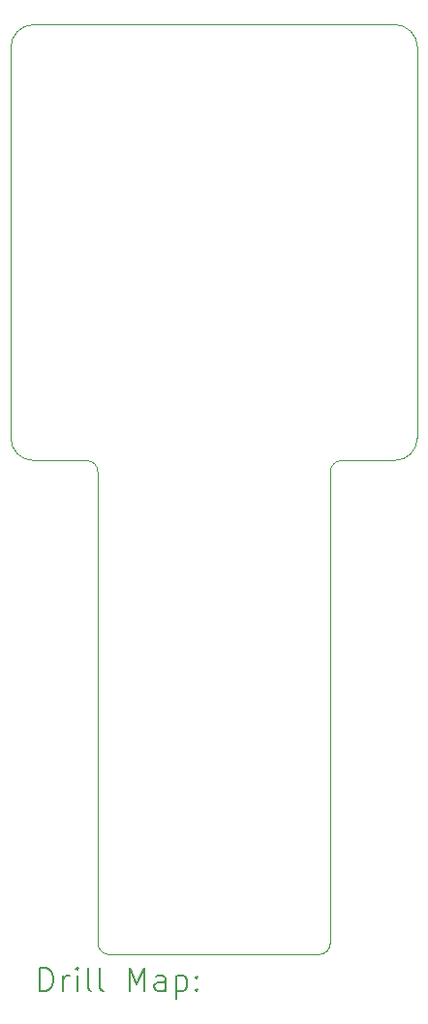
<source format=gbr>
%TF.GenerationSoftware,KiCad,Pcbnew,7.0.7-2.fc38*%
%TF.CreationDate,2024-02-23T01:30:49-08:00*%
%TF.ProjectId,SparrowBreadboardAdapter,53706172-726f-4774-9272-656164626f61,rev?*%
%TF.SameCoordinates,Original*%
%TF.FileFunction,Drillmap*%
%TF.FilePolarity,Positive*%
%FSLAX45Y45*%
G04 Gerber Fmt 4.5, Leading zero omitted, Abs format (unit mm)*
G04 Created by KiCad (PCBNEW 7.0.7-2.fc38) date 2024-02-23 01:30:49*
%MOMM*%
%LPD*%
G01*
G04 APERTURE LIST*
%ADD10C,0.100000*%
%ADD11C,0.200000*%
G04 APERTURE END LIST*
D10*
X13154000Y-4827000D02*
G75*
G03*
X12954000Y-5027000I0J-200000D01*
G01*
X16510000Y-5026000D02*
G75*
G03*
X16310000Y-4826000I-200000J0D01*
G01*
X16310000Y-8636000D02*
G75*
G03*
X16510000Y-8436000I0J200000D01*
G01*
X12954000Y-8436000D02*
G75*
G03*
X13154000Y-8636000I200000J0D01*
G01*
X13716000Y-8736000D02*
G75*
G03*
X13616000Y-8636000I-100000J0D01*
G01*
X15848000Y-8636000D02*
G75*
G03*
X15748000Y-8736000I0J-100000D01*
G01*
X13716000Y-12854000D02*
G75*
G03*
X13816000Y-12954000I100000J0D01*
G01*
X15648000Y-12954000D02*
G75*
G03*
X15748000Y-12854000I0J100000D01*
G01*
X16310000Y-4826000D02*
X13154000Y-4827000D01*
X16510000Y-5026000D02*
X16510000Y-8436000D01*
X12954000Y-8436000D02*
X12954000Y-5027000D01*
X13616000Y-8636000D02*
X13154000Y-8636000D01*
X15848000Y-8636000D02*
X16310000Y-8636000D01*
X15748000Y-8736000D02*
X15748000Y-12854000D01*
X13716000Y-12854000D02*
X13716000Y-8736000D01*
X15648000Y-12954000D02*
X13816000Y-12954000D01*
D11*
X13209777Y-13270484D02*
X13209777Y-13070484D01*
X13209777Y-13070484D02*
X13257396Y-13070484D01*
X13257396Y-13070484D02*
X13285967Y-13080008D01*
X13285967Y-13080008D02*
X13305015Y-13099055D01*
X13305015Y-13099055D02*
X13314539Y-13118103D01*
X13314539Y-13118103D02*
X13324062Y-13156198D01*
X13324062Y-13156198D02*
X13324062Y-13184769D01*
X13324062Y-13184769D02*
X13314539Y-13222865D01*
X13314539Y-13222865D02*
X13305015Y-13241912D01*
X13305015Y-13241912D02*
X13285967Y-13260960D01*
X13285967Y-13260960D02*
X13257396Y-13270484D01*
X13257396Y-13270484D02*
X13209777Y-13270484D01*
X13409777Y-13270484D02*
X13409777Y-13137150D01*
X13409777Y-13175246D02*
X13419301Y-13156198D01*
X13419301Y-13156198D02*
X13428824Y-13146674D01*
X13428824Y-13146674D02*
X13447872Y-13137150D01*
X13447872Y-13137150D02*
X13466920Y-13137150D01*
X13533586Y-13270484D02*
X13533586Y-13137150D01*
X13533586Y-13070484D02*
X13524062Y-13080008D01*
X13524062Y-13080008D02*
X13533586Y-13089531D01*
X13533586Y-13089531D02*
X13543110Y-13080008D01*
X13543110Y-13080008D02*
X13533586Y-13070484D01*
X13533586Y-13070484D02*
X13533586Y-13089531D01*
X13657396Y-13270484D02*
X13638348Y-13260960D01*
X13638348Y-13260960D02*
X13628824Y-13241912D01*
X13628824Y-13241912D02*
X13628824Y-13070484D01*
X13762158Y-13270484D02*
X13743110Y-13260960D01*
X13743110Y-13260960D02*
X13733586Y-13241912D01*
X13733586Y-13241912D02*
X13733586Y-13070484D01*
X13990729Y-13270484D02*
X13990729Y-13070484D01*
X13990729Y-13070484D02*
X14057396Y-13213341D01*
X14057396Y-13213341D02*
X14124062Y-13070484D01*
X14124062Y-13070484D02*
X14124062Y-13270484D01*
X14305015Y-13270484D02*
X14305015Y-13165722D01*
X14305015Y-13165722D02*
X14295491Y-13146674D01*
X14295491Y-13146674D02*
X14276443Y-13137150D01*
X14276443Y-13137150D02*
X14238348Y-13137150D01*
X14238348Y-13137150D02*
X14219301Y-13146674D01*
X14305015Y-13260960D02*
X14285967Y-13270484D01*
X14285967Y-13270484D02*
X14238348Y-13270484D01*
X14238348Y-13270484D02*
X14219301Y-13260960D01*
X14219301Y-13260960D02*
X14209777Y-13241912D01*
X14209777Y-13241912D02*
X14209777Y-13222865D01*
X14209777Y-13222865D02*
X14219301Y-13203817D01*
X14219301Y-13203817D02*
X14238348Y-13194293D01*
X14238348Y-13194293D02*
X14285967Y-13194293D01*
X14285967Y-13194293D02*
X14305015Y-13184769D01*
X14400253Y-13137150D02*
X14400253Y-13337150D01*
X14400253Y-13146674D02*
X14419301Y-13137150D01*
X14419301Y-13137150D02*
X14457396Y-13137150D01*
X14457396Y-13137150D02*
X14476443Y-13146674D01*
X14476443Y-13146674D02*
X14485967Y-13156198D01*
X14485967Y-13156198D02*
X14495491Y-13175246D01*
X14495491Y-13175246D02*
X14495491Y-13232388D01*
X14495491Y-13232388D02*
X14485967Y-13251436D01*
X14485967Y-13251436D02*
X14476443Y-13260960D01*
X14476443Y-13260960D02*
X14457396Y-13270484D01*
X14457396Y-13270484D02*
X14419301Y-13270484D01*
X14419301Y-13270484D02*
X14400253Y-13260960D01*
X14581205Y-13251436D02*
X14590729Y-13260960D01*
X14590729Y-13260960D02*
X14581205Y-13270484D01*
X14581205Y-13270484D02*
X14571682Y-13260960D01*
X14571682Y-13260960D02*
X14581205Y-13251436D01*
X14581205Y-13251436D02*
X14581205Y-13270484D01*
X14581205Y-13146674D02*
X14590729Y-13156198D01*
X14590729Y-13156198D02*
X14581205Y-13165722D01*
X14581205Y-13165722D02*
X14571682Y-13156198D01*
X14571682Y-13156198D02*
X14581205Y-13146674D01*
X14581205Y-13146674D02*
X14581205Y-13165722D01*
M02*

</source>
